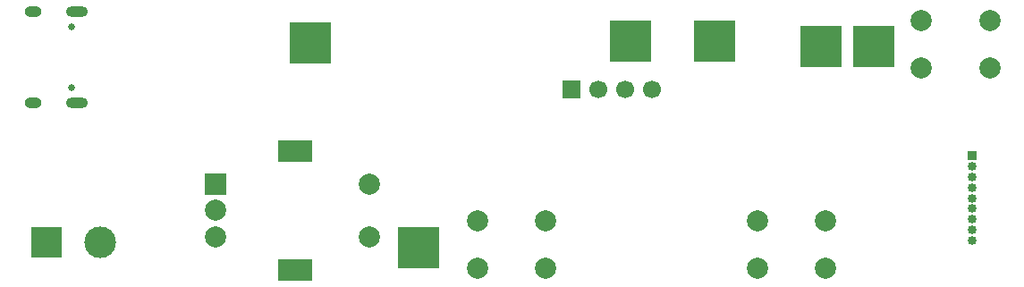
<source format=gbs>
G04 #@! TF.GenerationSoftware,KiCad,Pcbnew,9.0.3*
G04 #@! TF.CreationDate,2025-08-18T18:11:48-04:00*
G04 #@! TF.ProjectId,Calender,43616c65-6e64-4657-922e-6b696361645f,rev?*
G04 #@! TF.SameCoordinates,Original*
G04 #@! TF.FileFunction,Soldermask,Bot*
G04 #@! TF.FilePolarity,Negative*
%FSLAX46Y46*%
G04 Gerber Fmt 4.6, Leading zero omitted, Abs format (unit mm)*
G04 Created by KiCad (PCBNEW 9.0.3) date 2025-08-18 18:11:48*
%MOMM*%
%LPD*%
G01*
G04 APERTURE LIST*
%ADD10C,2.000000*%
%ADD11R,3.000000X3.000000*%
%ADD12C,3.000000*%
%ADD13R,0.850000X0.850000*%
%ADD14C,0.850000*%
%ADD15R,2.000000X2.000000*%
%ADD16R,3.200000X2.000000*%
%ADD17C,0.650000*%
%ADD18O,2.100000X1.000000*%
%ADD19O,1.600000X1.000000*%
%ADD20R,1.700000X1.700000*%
%ADD21C,1.700000*%
%ADD22R,4.000000X4.000000*%
G04 APERTURE END LIST*
D10*
G04 #@! TO.C,SW3*
X214000000Y-136500000D03*
X220500000Y-136500000D03*
X214000000Y-141000000D03*
X220500000Y-141000000D03*
G04 #@! TD*
D11*
G04 #@! TO.C,J3*
X146685578Y-138500000D03*
D12*
X151765578Y-138500000D03*
G04 #@! TD*
D13*
G04 #@! TO.C,J1*
X234345000Y-130340000D03*
D14*
X234345000Y-131340000D03*
X234345000Y-132340000D03*
X234345000Y-133340000D03*
X234345000Y-134340000D03*
X234345000Y-135340000D03*
X234345000Y-136340000D03*
X234345000Y-137340000D03*
X234345000Y-138340000D03*
G04 #@! TD*
D15*
G04 #@! TO.C,SW1*
X162750000Y-133000000D03*
D10*
X162750000Y-138000000D03*
X162750000Y-135500000D03*
D16*
X170250000Y-129900000D03*
X170250000Y-141100000D03*
D10*
X177250000Y-138000000D03*
X177250000Y-133000000D03*
G04 #@! TD*
G04 #@! TO.C,SW2*
X229500000Y-117500000D03*
X236000000Y-117500000D03*
X229500000Y-122000000D03*
X236000000Y-122000000D03*
G04 #@! TD*
D17*
G04 #@! TO.C,J2*
X149105000Y-118110000D03*
X149105000Y-123890000D03*
D18*
X149605000Y-116680000D03*
D19*
X145425000Y-116680000D03*
D18*
X149605000Y-125320000D03*
D19*
X145425000Y-125320000D03*
G04 #@! TD*
D20*
G04 #@! TO.C,J4*
X196380000Y-124000000D03*
D21*
X198920000Y-124000000D03*
X201460000Y-124000000D03*
X204000000Y-124000000D03*
G04 #@! TD*
D10*
G04 #@! TO.C,SW4*
X187500000Y-136500000D03*
X194000000Y-136500000D03*
X187500000Y-141000000D03*
X194000000Y-141000000D03*
G04 #@! TD*
D22*
G04 #@! TO.C,TP1*
X220000000Y-120000000D03*
G04 #@! TD*
G04 #@! TO.C,TP2*
X181968375Y-139061091D03*
G04 #@! TD*
G04 #@! TO.C,TP3*
X171705075Y-119656447D03*
G04 #@! TD*
G04 #@! TO.C,TP5*
X210000000Y-119500000D03*
G04 #@! TD*
G04 #@! TO.C,TP4*
X202000000Y-119500000D03*
G04 #@! TD*
G04 #@! TO.C,TP8*
X225000000Y-120000000D03*
G04 #@! TD*
M02*

</source>
